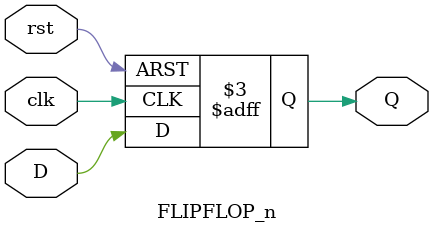
<source format=v>
module FLIPFLOP_n 
	(
	input rst,
	input clk,
	input D,
	output reg Q
	);		  

	always@(posedge clk or posedge rst)
		begin						  
			if (rst == 1'b1)
			Q <= 1'b1; 
			else
			Q <= D;
		end
		
endmodule

	
	
</source>
